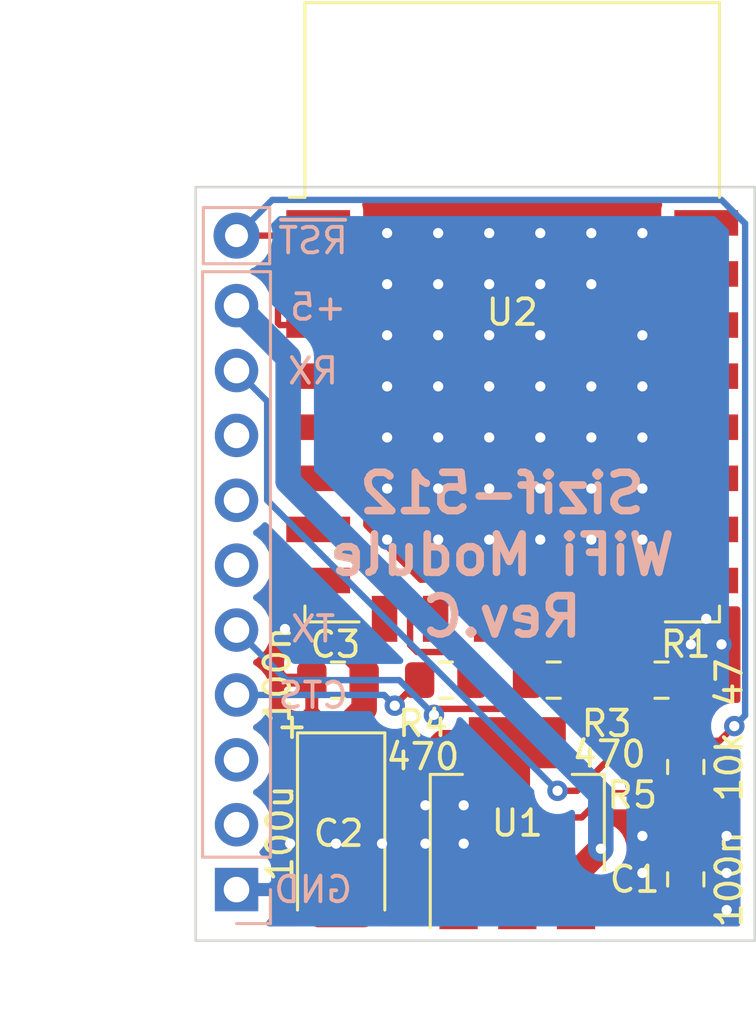
<source format=kicad_pcb>
(kicad_pcb (version 20171130) (host pcbnew "(5.1.4)-1")

  (general
    (thickness 1.6)
    (drawings 7)
    (tracks 143)
    (zones 0)
    (modules 11)
    (nets 11)
  )

  (page A4)
  (title_block
    (title "WiFi module for SIZIF-512")
    (date 2020-11-26)
    (rev C)
  )

  (layers
    (0 F.Cu signal)
    (31 B.Cu signal)
    (32 B.Adhes user hide)
    (33 F.Adhes user hide)
    (34 B.Paste user hide)
    (35 F.Paste user hide)
    (36 B.SilkS user)
    (37 F.SilkS user)
    (38 B.Mask user hide)
    (39 F.Mask user hide)
    (40 Dwgs.User user)
    (41 Cmts.User user)
    (42 Eco1.User user)
    (43 Eco2.User user)
    (44 Edge.Cuts user)
    (45 Margin user)
    (46 B.CrtYd user)
    (47 F.CrtYd user)
    (48 B.Fab user hide)
    (49 F.Fab user hide)
  )

  (setup
    (last_trace_width 0.25)
    (user_trace_width 0.25)
    (user_trace_width 1)
    (trace_clearance 0.2)
    (zone_clearance 0.508)
    (zone_45_only no)
    (trace_min 0.2)
    (via_size 0.8)
    (via_drill 0.4)
    (via_min_size 0.4)
    (via_min_drill 0.3)
    (uvia_size 0.3)
    (uvia_drill 0.1)
    (uvias_allowed no)
    (uvia_min_size 0.2)
    (uvia_min_drill 0.1)
    (edge_width 0.05)
    (segment_width 0.2)
    (pcb_text_width 0.3)
    (pcb_text_size 1.5 1.5)
    (mod_edge_width 0.12)
    (mod_text_size 1 1)
    (mod_text_width 0.15)
    (pad_size 1.524 1.524)
    (pad_drill 0.762)
    (pad_to_mask_clearance 0.051)
    (solder_mask_min_width 0.25)
    (aux_axis_origin 0 0)
    (visible_elements 7FF7FF7F)
    (pcbplotparams
      (layerselection 0x010f0_ffffffff)
      (usegerberextensions false)
      (usegerberattributes false)
      (usegerberadvancedattributes false)
      (creategerberjobfile false)
      (excludeedgelayer true)
      (linewidth 0.100000)
      (plotframeref false)
      (viasonmask false)
      (mode 1)
      (useauxorigin false)
      (hpglpennumber 1)
      (hpglpenspeed 20)
      (hpglpendiameter 15.000000)
      (psnegative false)
      (psa4output false)
      (plotreference true)
      (plotvalue true)
      (plotinvisibletext false)
      (padsonsilk true)
      (subtractmaskfromsilk false)
      (outputformat 1)
      (mirror false)
      (drillshape 0)
      (scaleselection 1)
      (outputdirectory "out/gerber/"))
  )

  (net 0 "")
  (net 1 GND)
  (net 2 +5V)
  (net 3 +3V3)
  (net 4 RX)
  (net 5 TX)
  (net 6 CTS)
  (net 7 "Net-(R1-Pad1)")
  (net 8 "Net-(R3-Pad1)")
  (net 9 "Net-(R4-Pad1)")
  (net 10 "Net-(R5-Pad1)")

  (net_class Default "This is the default net class."
    (clearance 0.2)
    (trace_width 0.25)
    (via_dia 0.8)
    (via_drill 0.4)
    (uvia_dia 0.3)
    (uvia_drill 0.1)
    (add_net +3V3)
    (add_net +5V)
    (add_net CTS)
    (add_net GND)
    (add_net "Net-(R1-Pad1)")
    (add_net "Net-(R3-Pad1)")
    (add_net "Net-(R4-Pad1)")
    (add_net "Net-(R5-Pad1)")
    (add_net RX)
    (add_net TX)
  )

  (module Connector_Pin:Pin_D0.9mm_L10.0mm_W2.4mm_FlatFork (layer B.Cu) (tedit 5A1DC084) (tstamp 5F76C144)
    (at 138.8 83.6)
    (descr "solder Pin_ with flat fork, hole diameter 0.9mm, length 10.0mm, width 2.4mm")
    (tags "solder Pin_ with flat fork")
    (path /5EA48AE7)
    (fp_text reference TP1 (at 0 -1.95) (layer B.SilkS) hide
      (effects (font (size 1 1) (thickness 0.15)) (justify mirror))
    )
    (fp_text value TestPoint (at 0 2.05) (layer B.Fab) hide
      (effects (font (size 1 1) (thickness 0.15)) (justify mirror))
    )
    (fp_text user %R (at 0 -1.95) (layer B.Fab) hide
      (effects (font (size 1 1) (thickness 0.15)) (justify mirror))
    )
    (fp_line (start -1.3 1.1) (end -1.3 -0.6) (layer B.SilkS) (width 0.12))
    (fp_line (start -1.3 -0.6) (end -1.3 -1.1) (layer B.SilkS) (width 0.12))
    (fp_line (start -1.3 -1.1) (end 1.3 -1.1) (layer B.SilkS) (width 0.12))
    (fp_line (start 1.3 -1.1) (end 1.3 1.1) (layer B.SilkS) (width 0.12))
    (fp_line (start 1.3 1.1) (end -1.3 1.1) (layer B.SilkS) (width 0.12))
    (fp_line (start -1.2 0.25) (end -1.2 -0.25) (layer B.Fab) (width 0.12))
    (fp_line (start -1.2 -0.25) (end 1.2 -0.25) (layer B.Fab) (width 0.12))
    (fp_line (start 1.2 -0.25) (end 1.2 0.25) (layer B.Fab) (width 0.12))
    (fp_line (start 1.2 0.25) (end -1.2 0.25) (layer B.Fab) (width 0.12))
    (fp_line (start -1.7 1.4) (end 1.7 1.4) (layer B.CrtYd) (width 0.05))
    (fp_line (start -1.7 1.4) (end -1.7 -1.4) (layer B.CrtYd) (width 0.05))
    (fp_line (start 1.7 -1.4) (end 1.7 1.4) (layer B.CrtYd) (width 0.05))
    (fp_line (start 1.7 -1.4) (end -1.7 -1.4) (layer B.CrtYd) (width 0.05))
    (fp_text user ~RST (at 3 0.2) (layer B.SilkS)
      (effects (font (size 1 1) (thickness 0.15)) (justify mirror))
    )
    (pad 1 thru_hole circle (at 0 0) (size 1.8 1.8) (drill 0.9) (layers *.Cu *.Mask)
      (net 10 "Net-(R5-Pad1)"))
  )

  (module Connector_PinSocket_2.54mm:PinSocket_1x10_P2.54mm_Vertical (layer B.Cu) (tedit 5A19A425) (tstamp 5F76AB1E)
    (at 138.8 109.2)
    (descr "Through hole straight socket strip, 1x10, 2.54mm pitch, single row (from Kicad 4.0.7), script generated")
    (tags "Through hole socket strip THT 1x10 2.54mm single row")
    (path /5EA42390)
    (fp_text reference J1 (at 2.6 -12 180) (layer B.SilkS) hide
      (effects (font (size 1 1) (thickness 0.15)) (justify mirror))
    )
    (fp_text value Conn_01x10 (at 6.2 -12.6 180) (layer B.Fab)
      (effects (font (size 1 1) (thickness 0.15)) (justify mirror))
    )
    (fp_text user GND (at 3 0) (layer B.SilkS)
      (effects (font (size 1 1) (thickness 0.15)) (justify mirror))
    )
    (fp_text user CTS (at 3 -7.6) (layer B.SilkS)
      (effects (font (size 1 1) (thickness 0.15)) (justify mirror))
    )
    (fp_text user TX (at 3 -10.2) (layer B.SilkS)
      (effects (font (size 1 1) (thickness 0.15)) (justify mirror))
    )
    (fp_text user RX (at 3 -20.3) (layer B.SilkS)
      (effects (font (size 1 1) (thickness 0.15)) (justify mirror))
    )
    (fp_text user +5 (at 3.2 -22.8) (layer B.SilkS)
      (effects (font (size 1 1) (thickness 0.15)) (justify mirror))
    )
    (fp_line (start -1.27 1.27) (end 0.635 1.27) (layer B.Fab) (width 0.1))
    (fp_line (start 0.635 1.27) (end 1.27 0.635) (layer B.Fab) (width 0.1))
    (fp_line (start 1.27 0.635) (end 1.27 -24.13) (layer B.Fab) (width 0.1))
    (fp_line (start 1.27 -24.13) (end -1.27 -24.13) (layer B.Fab) (width 0.1))
    (fp_line (start -1.27 -24.13) (end -1.27 1.27) (layer B.Fab) (width 0.1))
    (fp_line (start -1.33 -1.27) (end 1.33 -1.27) (layer B.SilkS) (width 0.12))
    (fp_line (start -1.33 -1.27) (end -1.33 -24.19) (layer B.SilkS) (width 0.12))
    (fp_line (start -1.33 -24.19) (end 1.33 -24.19) (layer B.SilkS) (width 0.12))
    (fp_line (start 1.33 -1.27) (end 1.33 -24.19) (layer B.SilkS) (width 0.12))
    (fp_line (start 1.33 1.33) (end 1.33 0) (layer B.SilkS) (width 0.12))
    (fp_line (start 0 1.33) (end 1.33 1.33) (layer B.SilkS) (width 0.12))
    (fp_line (start -1.8 1.8) (end 1.75 1.8) (layer B.CrtYd) (width 0.05))
    (fp_line (start 1.75 1.8) (end 1.75 -24.6) (layer B.CrtYd) (width 0.05))
    (fp_line (start 1.75 -24.6) (end -1.8 -24.6) (layer B.CrtYd) (width 0.05))
    (fp_line (start -1.8 -24.6) (end -1.8 1.8) (layer B.CrtYd) (width 0.05))
    (fp_text user %R (at 0 -11.43) (layer B.SilkS) hide
      (effects (font (size 1 1) (thickness 0.15)) (justify mirror))
    )
    (pad 10 thru_hole oval (at 0 -22.86) (size 1.7 1.7) (drill 1) (layers *.Cu *.Mask)
      (net 2 +5V))
    (pad 9 thru_hole oval (at 0 -20.32) (size 1.7 1.7) (drill 1) (layers *.Cu *.Mask)
      (net 4 RX))
    (pad 8 thru_hole oval (at 0 -17.78) (size 1.7 1.7) (drill 1) (layers *.Cu *.Mask))
    (pad 7 thru_hole oval (at 0 -15.24) (size 1.7 1.7) (drill 1) (layers *.Cu *.Mask))
    (pad 6 thru_hole oval (at 0 -12.7) (size 1.7 1.7) (drill 1) (layers *.Cu *.Mask))
    (pad 5 thru_hole oval (at 0 -10.16) (size 1.7 1.7) (drill 1) (layers *.Cu *.Mask)
      (net 5 TX))
    (pad 4 thru_hole oval (at 0 -7.62) (size 1.7 1.7) (drill 1) (layers *.Cu *.Mask)
      (net 6 CTS))
    (pad 3 thru_hole oval (at 0 -5.08) (size 1.7 1.7) (drill 1) (layers *.Cu *.Mask))
    (pad 2 thru_hole oval (at 0 -2.54) (size 1.7 1.7) (drill 1) (layers *.Cu *.Mask))
    (pad 1 thru_hole rect (at 0 0) (size 1.7 1.7) (drill 1) (layers *.Cu *.Mask)
      (net 1 GND))
    (model ${KISYS3DMOD}/Connector_PinSocket_2.54mm.3dshapes/PinSocket_1x10_P2.54mm_Vertical.wrl
      (at (xyz 0 0 0))
      (scale (xyz 1 1 1))
      (rotate (xyz 0 0 0))
    )
  )

  (module Capacitor_Tantalum_SMD:CP_EIA-6032-15_Kemet-U_Pad2.25x2.35mm_HandSolder (layer F.Cu) (tedit 5B301BBE) (tstamp 5F76DE30)
    (at 142.9 107 270)
    (descr "Tantalum Capacitor SMD Kemet-U (6032-15 Metric), IPC_7351 nominal, (Body size from: http://www.kemet.com/Lists/ProductCatalog/Attachments/253/KEM_TC101_STD.pdf), generated with kicad-footprint-generator")
    (tags "capacitor tantalum")
    (path /5EA5028B)
    (attr smd)
    (fp_text reference C2 (at 0 0.1 180) (layer F.SilkS)
      (effects (font (size 1 1) (thickness 0.15)))
    )
    (fp_text value 100u (at 0 3.7 180) (layer F.Fab)
      (effects (font (size 1 1) (thickness 0.15)))
    )
    (fp_line (start 3.92 1.85) (end -3.92 1.85) (layer F.CrtYd) (width 0.05))
    (fp_line (start 3.92 -1.85) (end 3.92 1.85) (layer F.CrtYd) (width 0.05))
    (fp_line (start -3.92 -1.85) (end 3.92 -1.85) (layer F.CrtYd) (width 0.05))
    (fp_line (start -3.92 1.85) (end -3.92 -1.85) (layer F.CrtYd) (width 0.05))
    (fp_line (start -3.935 1.71) (end 3 1.71) (layer F.SilkS) (width 0.12))
    (fp_line (start -3.935 -1.71) (end -3.935 1.71) (layer F.SilkS) (width 0.12))
    (fp_line (start 3 -1.71) (end -3.935 -1.71) (layer F.SilkS) (width 0.12))
    (fp_line (start 3 1.6) (end 3 -1.6) (layer F.Fab) (width 0.1))
    (fp_line (start -3 1.6) (end 3 1.6) (layer F.Fab) (width 0.1))
    (fp_line (start -3 -0.8) (end -3 1.6) (layer F.Fab) (width 0.1))
    (fp_line (start -2.2 -1.6) (end -3 -0.8) (layer F.Fab) (width 0.1))
    (fp_line (start 3 -1.6) (end -2.2 -1.6) (layer F.Fab) (width 0.1))
    (fp_text user %R (at 0 0 180) (layer F.Fab)
      (effects (font (size 1 1) (thickness 0.15)))
    )
    (fp_text user + (at -4.15 2 270) (layer F.SilkS)
      (effects (font (size 1 1) (thickness 0.15)))
    )
    (fp_text user %V (at 0 2.4 270) (layer F.SilkS)
      (effects (font (size 1 1) (thickness 0.15)))
    )
    (pad 1 smd roundrect (at -2.55 0 270) (size 2.25 2.35) (layers F.Cu F.Paste F.Mask) (roundrect_rratio 0.111111)
      (net 3 +3V3))
    (pad 2 smd roundrect (at 2.55 0 270) (size 2.25 2.35) (layers F.Cu F.Paste F.Mask) (roundrect_rratio 0.111111)
      (net 1 GND))
    (model ${KISYS3DMOD}/Capacitor_Tantalum_SMD.3dshapes/CP_EIA-6032-15_Kemet-U.wrl
      (at (xyz 0 0 0))
      (scale (xyz 1 1 1))
      (rotate (xyz 0 0 0))
    )
  )

  (module RF_Module:ESP-12E (layer F.Cu) (tedit 5A030172) (tstamp 5F762BBF)
    (at 149.6 86.6)
    (descr "Wi-Fi Module, http://wiki.ai-thinker.com/_media/esp8266/docs/aithinker_esp_12f_datasheet_en.pdf")
    (tags "Wi-Fi Module")
    (path /5EA6B089)
    (attr smd)
    (fp_text reference U2 (at 0 0) (layer F.SilkS)
      (effects (font (size 1 1) (thickness 0.15)))
    )
    (fp_text value ESP-12E (at 0 1.5) (layer F.Fab)
      (effects (font (size 1 1) (thickness 0.15)))
    )
    (fp_text user Antenna (at -0.06 -7 180) (layer Cmts.User)
      (effects (font (size 1 1) (thickness 0.15)))
    )
    (fp_text user "KEEP-OUT ZONE" (at 0.03 -9.55 180) (layer Cmts.User)
      (effects (font (size 1 1) (thickness 0.15)))
    )
    (fp_text user %R (at 0 -0.7) (layer F.Fab)
      (effects (font (size 1 1) (thickness 0.15)))
    )
    (fp_line (start 5.56 -4.8) (end 8.12 -7.36) (layer Dwgs.User) (width 0.12))
    (fp_line (start 2.56 -4.8) (end 8.12 -10.36) (layer Dwgs.User) (width 0.12))
    (fp_line (start -0.44 -4.8) (end 6.88 -12.12) (layer Dwgs.User) (width 0.12))
    (fp_line (start -3.44 -4.8) (end 3.88 -12.12) (layer Dwgs.User) (width 0.12))
    (fp_line (start -6.44 -4.8) (end 0.88 -12.12) (layer Dwgs.User) (width 0.12))
    (fp_line (start -8.12 -6.12) (end -2.12 -12.12) (layer Dwgs.User) (width 0.12))
    (fp_line (start -8.12 -9.12) (end -5.12 -12.12) (layer Dwgs.User) (width 0.12))
    (fp_line (start -8.12 -4.8) (end -8.12 -12.12) (layer Dwgs.User) (width 0.12))
    (fp_line (start 8.12 -4.8) (end -8.12 -4.8) (layer Dwgs.User) (width 0.12))
    (fp_line (start 8.12 -12.12) (end 8.12 -4.8) (layer Dwgs.User) (width 0.12))
    (fp_line (start -8.12 -12.12) (end 8.12 -12.12) (layer Dwgs.User) (width 0.12))
    (fp_line (start -8.12 -4.5) (end -8.73 -4.5) (layer F.SilkS) (width 0.12))
    (fp_line (start -8.12 -4.5) (end -8.12 -12.12) (layer F.SilkS) (width 0.12))
    (fp_line (start -8.12 12.12) (end -8.12 11.5) (layer F.SilkS) (width 0.12))
    (fp_line (start -6 12.12) (end -8.12 12.12) (layer F.SilkS) (width 0.12))
    (fp_line (start 8.12 12.12) (end 6 12.12) (layer F.SilkS) (width 0.12))
    (fp_line (start 8.12 11.5) (end 8.12 12.12) (layer F.SilkS) (width 0.12))
    (fp_line (start 8.12 -12.12) (end 8.12 -4.5) (layer F.SilkS) (width 0.12))
    (fp_line (start -8.12 -12.12) (end 8.12 -12.12) (layer F.SilkS) (width 0.12))
    (fp_line (start -9.05 13.1) (end -9.05 -12.2) (layer F.CrtYd) (width 0.05))
    (fp_line (start 9.05 13.1) (end -9.05 13.1) (layer F.CrtYd) (width 0.05))
    (fp_line (start 9.05 -12.2) (end 9.05 13.1) (layer F.CrtYd) (width 0.05))
    (fp_line (start -9.05 -12.2) (end 9.05 -12.2) (layer F.CrtYd) (width 0.05))
    (fp_line (start -8 -4) (end -8 -12) (layer F.Fab) (width 0.12))
    (fp_line (start -7.5 -3.5) (end -8 -4) (layer F.Fab) (width 0.12))
    (fp_line (start -8 -3) (end -7.5 -3.5) (layer F.Fab) (width 0.12))
    (fp_line (start -8 12) (end -8 -3) (layer F.Fab) (width 0.12))
    (fp_line (start 8 12) (end -8 12) (layer F.Fab) (width 0.12))
    (fp_line (start 8 -12) (end 8 12) (layer F.Fab) (width 0.12))
    (fp_line (start -8 -12) (end 8 -12) (layer F.Fab) (width 0.12))
    (pad 1 smd rect (at -7.6 -3.5) (size 2.5 1) (layers F.Cu F.Paste F.Mask)
      (net 10 "Net-(R5-Pad1)"))
    (pad 2 smd rect (at -7.6 -1.5) (size 2.5 1) (layers F.Cu F.Paste F.Mask))
    (pad 3 smd rect (at -7.6 0.5) (size 2.5 1) (layers F.Cu F.Paste F.Mask)
      (net 10 "Net-(R5-Pad1)"))
    (pad 4 smd rect (at -7.6 2.5) (size 2.5 1) (layers F.Cu F.Paste F.Mask))
    (pad 5 smd rect (at -7.6 4.5) (size 2.5 1) (layers F.Cu F.Paste F.Mask))
    (pad 6 smd rect (at -7.6 6.5) (size 2.5 1) (layers F.Cu F.Paste F.Mask))
    (pad 7 smd rect (at -7.6 8.5) (size 2.5 1) (layers F.Cu F.Paste F.Mask)
      (net 9 "Net-(R4-Pad1)"))
    (pad 8 smd rect (at -7.6 10.5) (size 2.5 1) (layers F.Cu F.Paste F.Mask)
      (net 3 +3V3))
    (pad 9 smd rect (at -5 12) (size 1 1.8) (layers F.Cu F.Paste F.Mask))
    (pad 10 smd rect (at -3 12) (size 1 1.8) (layers F.Cu F.Paste F.Mask))
    (pad 11 smd rect (at -1 12) (size 1 1.8) (layers F.Cu F.Paste F.Mask))
    (pad 12 smd rect (at 1 12) (size 1 1.8) (layers F.Cu F.Paste F.Mask))
    (pad 13 smd rect (at 3 12) (size 1 1.8) (layers F.Cu F.Paste F.Mask))
    (pad 14 smd rect (at 5 12) (size 1 1.8) (layers F.Cu F.Paste F.Mask))
    (pad 15 smd rect (at 7.6 10.5) (size 2.5 1) (layers F.Cu F.Paste F.Mask)
      (net 1 GND))
    (pad 16 smd rect (at 7.6 8.5) (size 2.5 1) (layers F.Cu F.Paste F.Mask)
      (net 1 GND))
    (pad 17 smd rect (at 7.6 6.5) (size 2.5 1) (layers F.Cu F.Paste F.Mask))
    (pad 18 smd rect (at 7.6 4.5) (size 2.5 1) (layers F.Cu F.Paste F.Mask))
    (pad 19 smd rect (at 7.6 2.5) (size 2.5 1) (layers F.Cu F.Paste F.Mask))
    (pad 20 smd rect (at 7.6 0.5) (size 2.5 1) (layers F.Cu F.Paste F.Mask))
    (pad 21 smd rect (at 7.6 -1.5) (size 2.5 1) (layers F.Cu F.Paste F.Mask)
      (net 8 "Net-(R3-Pad1)"))
    (pad 22 smd rect (at 7.6 -3.5) (size 2.5 1) (layers F.Cu F.Paste F.Mask)
      (net 7 "Net-(R1-Pad1)"))
    (model ${KISYS3DMOD}/RF_Module.3dshapes/ESP-12E.wrl
      (at (xyz 0 0 0))
      (scale (xyz 1 1 1))
      (rotate (xyz 0 0 0))
    )
    (model ${MYLIBPATH}/kicad-ESP8266/ESP8266.3dshapes/ESP-12-E-better.wrl
      (offset (xyz -7 3.5 0))
      (scale (xyz 1 1 1))
      (rotate (xyz 0 0 0))
    )
  )

  (module Capacitor_SMD:C_0805_2012Metric_Pad1.15x1.40mm_HandSolder (layer F.Cu) (tedit 5B36C52B) (tstamp 5FBF8BCC)
    (at 151.225 101 180)
    (descr "Capacitor SMD 0805 (2012 Metric), square (rectangular) end terminal, IPC_7351 nominal with elongated pad for handsoldering. (Body size source: https://docs.google.com/spreadsheets/d/1BsfQQcO9C6DZCsRaXUlFlo91Tg2WpOkGARC1WS5S8t0/edit?usp=sharing), generated with kicad-footprint-generator")
    (tags "capacitor handsolder")
    (path /5EA5B3D0)
    (attr smd)
    (fp_text reference R3 (at -2.075 -1.7) (layer F.SilkS)
      (effects (font (size 1 1) (thickness 0.15)))
    )
    (fp_text value 470 (at 0.025 -1.4) (layer F.Fab)
      (effects (font (size 1 1) (thickness 0.15)))
    )
    (fp_line (start 1.85 0.95) (end -1.85 0.95) (layer F.CrtYd) (width 0.05))
    (fp_line (start 1.85 -0.95) (end 1.85 0.95) (layer F.CrtYd) (width 0.05))
    (fp_line (start -1.85 -0.95) (end 1.85 -0.95) (layer F.CrtYd) (width 0.05))
    (fp_line (start -1.85 0.95) (end -1.85 -0.95) (layer F.CrtYd) (width 0.05))
    (fp_line (start -0.261252 0.71) (end 0.261252 0.71) (layer F.SilkS) (width 0.12))
    (fp_line (start -0.261252 -0.71) (end 0.261252 -0.71) (layer F.SilkS) (width 0.12))
    (fp_line (start 1 0.6) (end -1 0.6) (layer F.Fab) (width 0.1))
    (fp_line (start 1 -0.6) (end 1 0.6) (layer F.Fab) (width 0.1))
    (fp_line (start -1 -0.6) (end 1 -0.6) (layer F.Fab) (width 0.1))
    (fp_line (start -1 0.6) (end -1 -0.6) (layer F.Fab) (width 0.1))
    (fp_text user %R (at 0 0) (layer F.Fab)
      (effects (font (size 0.5 0.5) (thickness 0.08)))
    )
    (fp_text user %V (at -2.175 -2.9 180) (layer F.SilkS)
      (effects (font (size 1 1) (thickness 0.15)))
    )
    (pad 1 smd roundrect (at -1.025 0 180) (size 1.15 1.4) (layers F.Cu F.Paste F.Mask) (roundrect_rratio 0.217391)
      (net 8 "Net-(R3-Pad1)"))
    (pad 2 smd roundrect (at 1.025 0 180) (size 1.15 1.4) (layers F.Cu F.Paste F.Mask) (roundrect_rratio 0.217391)
      (net 5 TX))
    (model ${KISYS3DMOD}/Capacitor_SMD.3dshapes/C_0805_2012Metric.wrl
      (at (xyz 0 0 0))
      (scale (xyz 1 1 1))
      (rotate (xyz 0 0 0))
    )
  )

  (module Package_TO_SOT_SMD:SOT-223-3_TabPin2 (layer F.Cu) (tedit 5A02FF57) (tstamp 5FBFA151)
    (at 149.8 106.6 90)
    (descr "module CMS SOT223 4 pins")
    (tags "CMS SOT")
    (path /5EA457DB)
    (attr smd)
    (fp_text reference U1 (at 0 0 180) (layer F.SilkS)
      (effects (font (size 1 1) (thickness 0.15)))
    )
    (fp_text value AMS1117-3.3 (at -5.4 0 180) (layer F.Fab)
      (effects (font (size 1 1) (thickness 0.15)))
    )
    (fp_text user %R (at 0 0) (layer F.Fab)
      (effects (font (size 0.8 0.8) (thickness 0.12)))
    )
    (fp_line (start 1.85 -3.35) (end 1.85 3.35) (layer F.Fab) (width 0.1))
    (fp_line (start -1.85 3.35) (end 1.85 3.35) (layer F.Fab) (width 0.1))
    (fp_line (start -4.1 -3.41) (end 1.91 -3.41) (layer F.SilkS) (width 0.12))
    (fp_line (start -0.85 -3.35) (end 1.85 -3.35) (layer F.Fab) (width 0.1))
    (fp_line (start -1.85 3.41) (end 1.91 3.41) (layer F.SilkS) (width 0.12))
    (fp_line (start -1.85 -2.35) (end -1.85 3.35) (layer F.Fab) (width 0.1))
    (fp_line (start -1.85 -2.35) (end -0.85 -3.35) (layer F.Fab) (width 0.1))
    (fp_line (start -4.4 -3.6) (end -4.4 3.6) (layer F.CrtYd) (width 0.05))
    (fp_line (start -4.4 3.6) (end 4.4 3.6) (layer F.CrtYd) (width 0.05))
    (fp_line (start 4.4 3.6) (end 4.4 -3.6) (layer F.CrtYd) (width 0.05))
    (fp_line (start 4.4 -3.6) (end -4.4 -3.6) (layer F.CrtYd) (width 0.05))
    (fp_line (start 1.91 -3.41) (end 1.91 -2.15) (layer F.SilkS) (width 0.12))
    (fp_line (start 1.91 3.41) (end 1.91 2.15) (layer F.SilkS) (width 0.12))
    (pad 2 smd rect (at 3.15 0 90) (size 2 3.8) (layers F.Cu F.Paste F.Mask)
      (net 3 +3V3))
    (pad 2 smd rect (at -3.15 0 90) (size 2 1.5) (layers F.Cu F.Paste F.Mask)
      (net 3 +3V3))
    (pad 3 smd rect (at -3.15 2.3 90) (size 2 1.5) (layers F.Cu F.Paste F.Mask)
      (net 2 +5V))
    (pad 1 smd rect (at -3.15 -2.3 90) (size 2 1.5) (layers F.Cu F.Paste F.Mask)
      (net 1 GND))
    (model ${KISYS3DMOD}/Package_TO_SOT_SMD.3dshapes/SOT-223.wrl
      (at (xyz 0 0 0))
      (scale (xyz 1 1 1))
      (rotate (xyz 0 0 0))
    )
  )

  (module Capacitor_SMD:C_0805_2012Metric_Pad1.15x1.40mm_HandSolder (layer F.Cu) (tedit 5B36C52B) (tstamp 5FBFA49C)
    (at 156.4 104.4 270)
    (descr "Capacitor SMD 0805 (2012 Metric), square (rectangular) end terminal, IPC_7351 nominal with elongated pad for handsoldering. (Body size source: https://docs.google.com/spreadsheets/d/1BsfQQcO9C6DZCsRaXUlFlo91Tg2WpOkGARC1WS5S8t0/edit?usp=sharing), generated with kicad-footprint-generator")
    (tags "capacitor handsolder")
    (path /5EA7D23F)
    (attr smd)
    (fp_text reference R5 (at 1.1 2.1 180) (layer F.SilkS)
      (effects (font (size 1 1) (thickness 0.15)))
    )
    (fp_text value 10k (at 0 -2.4 180) (layer F.Fab)
      (effects (font (size 1 1) (thickness 0.15)))
    )
    (fp_line (start -1 0.6) (end -1 -0.6) (layer F.Fab) (width 0.1))
    (fp_line (start -1 -0.6) (end 1 -0.6) (layer F.Fab) (width 0.1))
    (fp_line (start 1 -0.6) (end 1 0.6) (layer F.Fab) (width 0.1))
    (fp_line (start 1 0.6) (end -1 0.6) (layer F.Fab) (width 0.1))
    (fp_line (start -0.261252 -0.71) (end 0.261252 -0.71) (layer F.SilkS) (width 0.12))
    (fp_line (start -0.261252 0.71) (end 0.261252 0.71) (layer F.SilkS) (width 0.12))
    (fp_line (start -1.85 0.95) (end -1.85 -0.95) (layer F.CrtYd) (width 0.05))
    (fp_line (start -1.85 -0.95) (end 1.85 -0.95) (layer F.CrtYd) (width 0.05))
    (fp_line (start 1.85 -0.95) (end 1.85 0.95) (layer F.CrtYd) (width 0.05))
    (fp_line (start 1.85 0.95) (end -1.85 0.95) (layer F.CrtYd) (width 0.05))
    (fp_text user %R (at 0 0 180) (layer F.Fab)
      (effects (font (size 0.5 0.5) (thickness 0.08)))
    )
    (fp_text user %V (at 0 -1.7 90) (layer F.SilkS)
      (effects (font (size 1 1) (thickness 0.15)))
    )
    (pad 2 smd roundrect (at 1.025 0 270) (size 1.15 1.4) (layers F.Cu F.Paste F.Mask) (roundrect_rratio 0.217391)
      (net 3 +3V3))
    (pad 1 smd roundrect (at -1.025 0 270) (size 1.15 1.4) (layers F.Cu F.Paste F.Mask) (roundrect_rratio 0.217391)
      (net 10 "Net-(R5-Pad1)"))
    (model ${KISYS3DMOD}/Capacitor_SMD.3dshapes/C_0805_2012Metric.wrl
      (at (xyz 0 0 0))
      (scale (xyz 1 1 1))
      (rotate (xyz 0 0 0))
    )
  )

  (module Capacitor_SMD:C_0805_2012Metric_Pad1.15x1.40mm_HandSolder (layer F.Cu) (tedit 5B36C52B) (tstamp 5F7625C1)
    (at 147 101 180)
    (descr "Capacitor SMD 0805 (2012 Metric), square (rectangular) end terminal, IPC_7351 nominal with elongated pad for handsoldering. (Body size source: https://docs.google.com/spreadsheets/d/1BsfQQcO9C6DZCsRaXUlFlo91Tg2WpOkGARC1WS5S8t0/edit?usp=sharing), generated with kicad-footprint-generator")
    (tags "capacitor handsolder")
    (path /5EA5A557)
    (attr smd)
    (fp_text reference R4 (at 0.9 -1.7 180) (layer F.SilkS)
      (effects (font (size 1 1) (thickness 0.15)))
    )
    (fp_text value 470 (at 0 -1.4) (layer F.Fab)
      (effects (font (size 1 1) (thickness 0.15)))
    )
    (fp_line (start 1.85 0.95) (end -1.85 0.95) (layer F.CrtYd) (width 0.05))
    (fp_line (start 1.85 -0.95) (end 1.85 0.95) (layer F.CrtYd) (width 0.05))
    (fp_line (start -1.85 -0.95) (end 1.85 -0.95) (layer F.CrtYd) (width 0.05))
    (fp_line (start -1.85 0.95) (end -1.85 -0.95) (layer F.CrtYd) (width 0.05))
    (fp_line (start -0.261252 0.71) (end 0.261252 0.71) (layer F.SilkS) (width 0.12))
    (fp_line (start -0.261252 -0.71) (end 0.261252 -0.71) (layer F.SilkS) (width 0.12))
    (fp_line (start 1 0.6) (end -1 0.6) (layer F.Fab) (width 0.1))
    (fp_line (start 1 -0.6) (end 1 0.6) (layer F.Fab) (width 0.1))
    (fp_line (start -1 -0.6) (end 1 -0.6) (layer F.Fab) (width 0.1))
    (fp_line (start -1 0.6) (end -1 -0.6) (layer F.Fab) (width 0.1))
    (fp_text user %R (at 0 0) (layer F.Fab)
      (effects (font (size 0.5 0.5) (thickness 0.08)))
    )
    (fp_text user %V (at 0.9 -3 180) (layer F.SilkS)
      (effects (font (size 1 1) (thickness 0.15)))
    )
    (pad 1 smd roundrect (at -1.025 0 180) (size 1.15 1.4) (layers F.Cu F.Paste F.Mask) (roundrect_rratio 0.217391)
      (net 9 "Net-(R4-Pad1)"))
    (pad 2 smd roundrect (at 1.025 0 180) (size 1.15 1.4) (layers F.Cu F.Paste F.Mask) (roundrect_rratio 0.217391)
      (net 6 CTS))
    (model ${KISYS3DMOD}/Capacitor_SMD.3dshapes/C_0805_2012Metric.wrl
      (at (xyz 0 0 0))
      (scale (xyz 1 1 1))
      (rotate (xyz 0 0 0))
    )
  )

  (module Capacitor_SMD:C_0805_2012Metric_Pad1.15x1.40mm_HandSolder (layer F.Cu) (tedit 5B36C52B) (tstamp 5F76DFD8)
    (at 155.45 101)
    (descr "Capacitor SMD 0805 (2012 Metric), square (rectangular) end terminal, IPC_7351 nominal with elongated pad for handsoldering. (Body size source: https://docs.google.com/spreadsheets/d/1BsfQQcO9C6DZCsRaXUlFlo91Tg2WpOkGARC1WS5S8t0/edit?usp=sharing), generated with kicad-footprint-generator")
    (tags "capacitor handsolder")
    (path /5EA5B920)
    (attr smd)
    (fp_text reference R1 (at 0.95 -1.4 -180) (layer F.SilkS)
      (effects (font (size 1 1) (thickness 0.15)))
    )
    (fp_text value 47 (at -0.05 1.4 -180) (layer F.Fab)
      (effects (font (size 1 1) (thickness 0.15)))
    )
    (fp_text user %R (at 0 0 180) (layer F.Fab)
      (effects (font (size 0.5 0.5) (thickness 0.08)))
    )
    (fp_line (start 1.85 0.95) (end -1.85 0.95) (layer F.CrtYd) (width 0.05))
    (fp_line (start 1.85 -0.95) (end 1.85 0.95) (layer F.CrtYd) (width 0.05))
    (fp_line (start -1.85 -0.95) (end 1.85 -0.95) (layer F.CrtYd) (width 0.05))
    (fp_line (start -1.85 0.95) (end -1.85 -0.95) (layer F.CrtYd) (width 0.05))
    (fp_line (start -0.261252 0.71) (end 0.261252 0.71) (layer F.SilkS) (width 0.12))
    (fp_line (start -0.261252 -0.71) (end 0.261252 -0.71) (layer F.SilkS) (width 0.12))
    (fp_line (start 1 0.6) (end -1 0.6) (layer F.Fab) (width 0.1))
    (fp_line (start 1 -0.6) (end 1 0.6) (layer F.Fab) (width 0.1))
    (fp_line (start -1 -0.6) (end 1 -0.6) (layer F.Fab) (width 0.1))
    (fp_line (start -1 0.6) (end -1 -0.6) (layer F.Fab) (width 0.1))
    (fp_text user %V (at 2.65 0.1 90) (layer F.SilkS)
      (effects (font (size 1 1) (thickness 0.15)))
    )
    (pad 1 smd roundrect (at -1.025 0) (size 1.15 1.4) (layers F.Cu F.Paste F.Mask) (roundrect_rratio 0.217391)
      (net 7 "Net-(R1-Pad1)"))
    (pad 2 smd roundrect (at 1.025 0) (size 1.15 1.4) (layers F.Cu F.Paste F.Mask) (roundrect_rratio 0.217391)
      (net 4 RX))
    (model ${KISYS3DMOD}/Capacitor_SMD.3dshapes/C_0805_2012Metric.wrl
      (at (xyz 0 0 0))
      (scale (xyz 1 1 1))
      (rotate (xyz 0 0 0))
    )
  )

  (module Capacitor_SMD:C_0805_2012Metric_Pad1.15x1.40mm_HandSolder (layer F.Cu) (tedit 5B36C52B) (tstamp 5FBFA56A)
    (at 142.775 101 180)
    (descr "Capacitor SMD 0805 (2012 Metric), square (rectangular) end terminal, IPC_7351 nominal with elongated pad for handsoldering. (Body size source: https://docs.google.com/spreadsheets/d/1BsfQQcO9C6DZCsRaXUlFlo91Tg2WpOkGARC1WS5S8t0/edit?usp=sharing), generated with kicad-footprint-generator")
    (tags "capacitor handsolder")
    (path /5EA4E735)
    (attr smd)
    (fp_text reference C3 (at 0.1 1.4 180) (layer F.SilkS)
      (effects (font (size 1 1) (thickness 0.15)))
    )
    (fp_text value 100n (at -0.1 -1.4) (layer F.Fab)
      (effects (font (size 1 1) (thickness 0.15)))
    )
    (fp_line (start -1 0.6) (end -1 -0.6) (layer F.Fab) (width 0.1))
    (fp_line (start -1 -0.6) (end 1 -0.6) (layer F.Fab) (width 0.1))
    (fp_line (start 1 -0.6) (end 1 0.6) (layer F.Fab) (width 0.1))
    (fp_line (start 1 0.6) (end -1 0.6) (layer F.Fab) (width 0.1))
    (fp_line (start -0.261252 -0.71) (end 0.261252 -0.71) (layer F.SilkS) (width 0.12))
    (fp_line (start -0.261252 0.71) (end 0.261252 0.71) (layer F.SilkS) (width 0.12))
    (fp_line (start -1.85 0.95) (end -1.85 -0.95) (layer F.CrtYd) (width 0.05))
    (fp_line (start -1.85 -0.95) (end 1.85 -0.95) (layer F.CrtYd) (width 0.05))
    (fp_line (start 1.85 -0.95) (end 1.85 0.95) (layer F.CrtYd) (width 0.05))
    (fp_line (start 1.85 0.95) (end -1.85 0.95) (layer F.CrtYd) (width 0.05))
    (fp_text user %R (at 0 0) (layer F.Fab)
      (effects (font (size 0.5 0.5) (thickness 0.08)))
    )
    (fp_text user %V (at 2.375 0.2 270) (layer F.SilkS)
      (effects (font (size 1 1) (thickness 0.15)))
    )
    (pad 2 smd roundrect (at 1.025 0 180) (size 1.15 1.4) (layers F.Cu F.Paste F.Mask) (roundrect_rratio 0.217391)
      (net 1 GND))
    (pad 1 smd roundrect (at -1.025 0 180) (size 1.15 1.4) (layers F.Cu F.Paste F.Mask) (roundrect_rratio 0.217391)
      (net 3 +3V3))
    (model ${KISYS3DMOD}/Capacitor_SMD.3dshapes/C_0805_2012Metric.wrl
      (at (xyz 0 0 0))
      (scale (xyz 1 1 1))
      (rotate (xyz 0 0 0))
    )
  )

  (module Capacitor_SMD:C_0805_2012Metric_Pad1.15x1.40mm_HandSolder (layer F.Cu) (tedit 5B36C52B) (tstamp 5FBF9EA6)
    (at 156.4 108.8 90)
    (descr "Capacitor SMD 0805 (2012 Metric), square (rectangular) end terminal, IPC_7351 nominal with elongated pad for handsoldering. (Body size source: https://docs.google.com/spreadsheets/d/1BsfQQcO9C6DZCsRaXUlFlo91Tg2WpOkGARC1WS5S8t0/edit?usp=sharing), generated with kicad-footprint-generator")
    (tags "capacitor handsolder")
    (path /5EA5F424)
    (attr smd)
    (fp_text reference C1 (at 0 -2) (layer F.SilkS)
      (effects (font (size 1 1) (thickness 0.15)))
    )
    (fp_text value 100n (at 0 2.9 180) (layer F.Fab)
      (effects (font (size 1 1) (thickness 0.15)))
    )
    (fp_text user %R (at 0 0 180) (layer F.Fab)
      (effects (font (size 0.5 0.5) (thickness 0.08)))
    )
    (fp_line (start 1.85 0.95) (end -1.85 0.95) (layer F.CrtYd) (width 0.05))
    (fp_line (start 1.85 -0.95) (end 1.85 0.95) (layer F.CrtYd) (width 0.05))
    (fp_line (start -1.85 -0.95) (end 1.85 -0.95) (layer F.CrtYd) (width 0.05))
    (fp_line (start -1.85 0.95) (end -1.85 -0.95) (layer F.CrtYd) (width 0.05))
    (fp_line (start -0.261252 0.71) (end 0.261252 0.71) (layer F.SilkS) (width 0.12))
    (fp_line (start -0.261252 -0.71) (end 0.261252 -0.71) (layer F.SilkS) (width 0.12))
    (fp_line (start 1 0.6) (end -1 0.6) (layer F.Fab) (width 0.1))
    (fp_line (start 1 -0.6) (end 1 0.6) (layer F.Fab) (width 0.1))
    (fp_line (start -1 -0.6) (end 1 -0.6) (layer F.Fab) (width 0.1))
    (fp_line (start -1 0.6) (end -1 -0.6) (layer F.Fab) (width 0.1))
    (fp_text user %V (at 0 1.7 90) (layer F.SilkS)
      (effects (font (size 1 1) (thickness 0.15)))
    )
    (pad 1 smd roundrect (at -1.025 0 90) (size 1.15 1.4) (layers F.Cu F.Paste F.Mask) (roundrect_rratio 0.217391)
      (net 2 +5V))
    (pad 2 smd roundrect (at 1.025 0 90) (size 1.15 1.4) (layers F.Cu F.Paste F.Mask) (roundrect_rratio 0.217391)
      (net 1 GND))
    (model ${KISYS3DMOD}/Capacitor_SMD.3dshapes/C_0805_2012Metric.wrl
      (at (xyz 0 0 0))
      (scale (xyz 1 1 1))
      (rotate (xyz 0 0 0))
    )
  )

  (dimension 21.9 (width 0.15) (layer Dwgs.User)
    (gr_text "21.900 mm" (at 148.15 115.1) (layer Dwgs.User)
      (effects (font (size 1 1) (thickness 0.15)))
    )
    (feature1 (pts (xy 159.1 111.2) (xy 159.1 114.386421)))
    (feature2 (pts (xy 137.2 111.2) (xy 137.2 114.386421)))
    (crossbar (pts (xy 137.2 113.8) (xy 159.1 113.8)))
    (arrow1a (pts (xy 159.1 113.8) (xy 157.973496 114.386421)))
    (arrow1b (pts (xy 159.1 113.8) (xy 157.973496 113.213579)))
    (arrow2a (pts (xy 137.2 113.8) (xy 138.326504 114.386421)))
    (arrow2b (pts (xy 137.2 113.8) (xy 138.326504 113.213579)))
  )
  (dimension 29.5 (width 0.15) (layer Dwgs.User)
    (gr_text "29.500 mm" (at 133.2 96.45 90) (layer Dwgs.User)
      (effects (font (size 1 1) (thickness 0.15)))
    )
    (feature1 (pts (xy 137.2 81.7) (xy 133.913579 81.7)))
    (feature2 (pts (xy 137.2 111.2) (xy 133.913579 111.2)))
    (crossbar (pts (xy 134.5 111.2) (xy 134.5 81.7)))
    (arrow1a (pts (xy 134.5 81.7) (xy 135.086421 82.826504)))
    (arrow1b (pts (xy 134.5 81.7) (xy 133.913579 82.826504)))
    (arrow2a (pts (xy 134.5 111.2) (xy 135.086421 110.073496)))
    (arrow2b (pts (xy 134.5 111.2) (xy 133.913579 110.073496)))
  )
  (gr_text "Sizif-512\nWiFi Module\nRev.C" (at 149.2 96.1) (layer B.SilkS) (tstamp 5F762B83)
    (effects (font (size 1.5 1.5) (thickness 0.3)) (justify mirror))
  )
  (gr_line (start 137.2 81.7) (end 159.1 81.7) (layer Edge.Cuts) (width 0.1) (tstamp 5F761FC1))
  (gr_line (start 137.2 111.2) (end 137.2 81.7) (layer Edge.Cuts) (width 0.1))
  (gr_line (start 159.1 111.2) (end 137.2 111.2) (layer Edge.Cuts) (width 0.1))
  (gr_line (start 159.1 81.7) (end 159.1 111.2) (layer Edge.Cuts) (width 0.1))

  (via (at 158 107.1) (size 0.8) (drill 0.4) (layers F.Cu B.Cu) (net 1) (tstamp 5FBF902E))
  (via (at 154.7 107.1) (size 0.8) (drill 0.4) (layers F.Cu B.Cu) (net 1) (tstamp 5FBF9039))
  (via (at 154.7 108.55) (size 0.8) (drill 0.4) (layers F.Cu B.Cu) (net 1) (tstamp 5FBF9039))
  (via (at 140.7 99) (size 0.8) (drill 0.4) (layers F.Cu B.Cu) (net 1) (tstamp 5F76B986))
  (via (at 152.7 95.5) (size 0.8) (drill 0.4) (layers F.Cu B.Cu) (net 1) (tstamp 5F76956A))
  (via (at 152.7 93.5) (size 0.8) (drill 0.4) (layers F.Cu B.Cu) (net 1) (tstamp 5F76956B))
  (via (at 152.7 91.5) (size 0.8) (drill 0.4) (layers F.Cu B.Cu) (net 1) (tstamp 5F76956C))
  (via (at 152.7 89.5) (size 0.8) (drill 0.4) (layers F.Cu B.Cu) (net 1) (tstamp 5F76956D))
  (via (at 150.7 89.5) (size 0.8) (drill 0.4) (layers F.Cu B.Cu) (net 1) (tstamp 5F762B17))
  (via (at 144.7 95.5) (size 0.8) (drill 0.4) (layers F.Cu B.Cu) (net 1) (tstamp 5F762B1A))
  (via (at 144.7 91.5) (size 0.8) (drill 0.4) (layers F.Cu B.Cu) (net 1) (tstamp 5F762B1D))
  (via (at 148.7 95.5) (size 0.8) (drill 0.4) (layers F.Cu B.Cu) (net 1) (tstamp 5F762B20))
  (via (at 148.7 91.5) (size 0.8) (drill 0.4) (layers F.Cu B.Cu) (net 1) (tstamp 5F762B23))
  (via (at 150.7 91.5) (size 0.8) (drill 0.4) (layers F.Cu B.Cu) (net 1) (tstamp 5F762B26))
  (via (at 154.7 91.5) (size 0.8) (drill 0.4) (layers F.Cu B.Cu) (net 1) (tstamp 5F762B29))
  (via (at 146.7 93.5) (size 0.8) (drill 0.4) (layers F.Cu B.Cu) (net 1) (tstamp 5F762B2C))
  (via (at 144.7 93.5) (size 0.8) (drill 0.4) (layers F.Cu B.Cu) (net 1) (tstamp 5F762B2F))
  (via (at 148.7 89.5) (size 0.8) (drill 0.4) (layers F.Cu B.Cu) (net 1) (tstamp 5F762B32))
  (via (at 154.7 93.5) (size 0.8) (drill 0.4) (layers F.Cu B.Cu) (net 1) (tstamp 5F762B35))
  (via (at 144.7 89.5) (size 0.8) (drill 0.4) (layers F.Cu B.Cu) (net 1) (tstamp 5F762B38))
  (via (at 148.7 93.5) (size 0.8) (drill 0.4) (layers F.Cu B.Cu) (net 1) (tstamp 5F762B3B))
  (via (at 146.7 89.5) (size 0.8) (drill 0.4) (layers F.Cu B.Cu) (net 1) (tstamp 5F762B3E))
  (via (at 150.7 93.5) (size 0.8) (drill 0.4) (layers F.Cu B.Cu) (net 1) (tstamp 5F762B41))
  (via (at 146.7 91.5) (size 0.8) (drill 0.4) (layers F.Cu B.Cu) (net 1) (tstamp 5F762B44))
  (via (at 150.7 95.5) (size 0.8) (drill 0.4) (layers F.Cu B.Cu) (net 1) (tstamp 5F762B47))
  (via (at 146.7 95.5) (size 0.8) (drill 0.4) (layers F.Cu B.Cu) (net 1) (tstamp 5F762B4A))
  (via (at 144.7 83.5) (size 0.8) (drill 0.4) (layers F.Cu B.Cu) (net 1) (tstamp 5F762B4D))
  (via (at 146.7 83.5) (size 0.8) (drill 0.4) (layers F.Cu B.Cu) (net 1) (tstamp 5F762B50))
  (via (at 148.7 83.5) (size 0.8) (drill 0.4) (layers F.Cu B.Cu) (net 1) (tstamp 5F762B53))
  (via (at 150.7 83.5) (size 0.8) (drill 0.4) (layers F.Cu B.Cu) (net 1) (tstamp 5F762B56))
  (via (at 154.7 83.5) (size 0.8) (drill 0.4) (layers F.Cu B.Cu) (net 1) (tstamp 5F762B59))
  (via (at 144.7 85.5) (size 0.8) (drill 0.4) (layers F.Cu B.Cu) (net 1) (tstamp 5F762B5C))
  (via (at 146.7 85.5) (size 0.8) (drill 0.4) (layers F.Cu B.Cu) (net 1) (tstamp 5F762B5F))
  (via (at 148.7 85.5) (size 0.8) (drill 0.4) (layers F.Cu B.Cu) (net 1) (tstamp 5F762B62))
  (via (at 150.7 85.5) (size 0.8) (drill 0.4) (layers F.Cu B.Cu) (net 1) (tstamp 5F762B65))
  (via (at 152.7 85.5) (size 0.8) (drill 0.4) (layers F.Cu B.Cu) (net 1) (tstamp 5F762B68))
  (via (at 144.7 87.5) (size 0.8) (drill 0.4) (layers F.Cu B.Cu) (net 1) (tstamp 5F762B6B))
  (via (at 146.7 87.5) (size 0.8) (drill 0.4) (layers F.Cu B.Cu) (net 1) (tstamp 5F762B6E))
  (via (at 148.7 87.5) (size 0.8) (drill 0.4) (layers F.Cu B.Cu) (net 1) (tstamp 5F762B71))
  (via (at 150.7 87.5) (size 0.8) (drill 0.4) (layers F.Cu B.Cu) (net 1) (tstamp 5F762B74))
  (via (at 152.7 83.5) (size 0.8) (drill 0.4) (layers F.Cu B.Cu) (net 1) (tstamp 5F762B77))
  (via (at 154.7 87.5) (size 0.8) (drill 0.4) (layers F.Cu B.Cu) (net 1) (tstamp 5F762B7A))
  (via (at 154.7 89.5) (size 0.8) (drill 0.4) (layers F.Cu B.Cu) (net 1) (tstamp 5F762B7D))
  (via (at 154.7 95.5) (size 0.8) (drill 0.4) (layers F.Cu B.Cu) (net 1) (tstamp 5F762B80))
  (via (at 142.7 107.4) (size 0.8) (drill 0.4) (layers F.Cu B.Cu) (net 1))
  (via (at 144.5 107.4) (size 0.8) (drill 0.4) (layers F.Cu B.Cu) (net 1))
  (via (at 147.7 107.4) (size 0.8) (drill 0.4) (layers F.Cu B.Cu) (net 1))
  (via (at 146.2 107.4) (size 0.8) (drill 0.4) (layers F.Cu B.Cu) (net 1))
  (via (at 146.2 105.9) (size 0.8) (drill 0.4) (layers F.Cu B.Cu) (net 1))
  (via (at 147.7 105.9) (size 0.8) (drill 0.4) (layers F.Cu B.Cu) (net 1))
  (via (at 140.9 107.4) (size 0.8) (drill 0.4) (layers F.Cu B.Cu) (net 1))
  (via (at 158 108.55) (size 0.8) (drill 0.4) (layers F.Cu B.Cu) (net 1))
  (via (at 158 110) (size 0.8) (drill 0.4) (layers F.Cu B.Cu) (net 1))
  (via (at 157.2 98.6) (size 0.8) (drill 0.4) (layers F.Cu B.Cu) (net 1))
  (via (at 156.6 99.6) (size 0.8) (drill 0.4) (layers F.Cu B.Cu) (net 1))
  (via (at 157.8 99.6) (size 0.8) (drill 0.4) (layers F.Cu B.Cu) (net 1))
  (segment (start 141.675 102.525) (end 141.2 103) (width 0.25) (layer F.Cu) (net 1))
  (segment (start 141.675 101.4) (end 141.675 102.525) (width 0.25) (layer F.Cu) (net 1))
  (via (at 153.071068 107.6) (size 0.8) (drill 0.4) (layers F.Cu B.Cu) (net 2))
  (segment (start 152.1 108.571068) (end 153.071068 107.6) (width 1) (layer F.Cu) (net 2))
  (segment (start 152.1 109.75) (end 152.1 108.571068) (width 1) (layer F.Cu) (net 2))
  (segment (start 152.175 109.825) (end 152.1 109.75) (width 1) (layer F.Cu) (net 2))
  (segment (start 156.4 109.825) (end 152.175 109.825) (width 1) (layer F.Cu) (net 2))
  (segment (start 153.071068 107.034315) (end 153.071068 107.6) (width 1) (layer B.Cu) (net 2))
  (segment (start 153.071068 105.471068) (end 153.071068 107.034315) (width 1) (layer B.Cu) (net 2))
  (segment (start 140.825011 93.225011) (end 153.071068 105.471068) (width 1) (layer B.Cu) (net 2))
  (segment (start 140.825011 88.365011) (end 140.825011 93.225011) (width 1) (layer B.Cu) (net 2))
  (segment (start 138.8 86.34) (end 140.825011 88.365011) (width 1) (layer B.Cu) (net 2))
  (segment (start 145.9 104.45) (end 142.9 104.45) (width 1) (layer F.Cu) (net 3))
  (segment (start 149.8 103.45) (end 146.9 103.45) (width 1) (layer F.Cu) (net 3))
  (segment (start 146.9 103.45) (end 145.9 104.45) (width 1) (layer F.Cu) (net 3))
  (segment (start 149.8 106.6) (end 149.8 109.75) (width 1) (layer F.Cu) (net 3))
  (segment (start 149.8 103.45) (end 149.8 106.6) (width 1) (layer F.Cu) (net 3))
  (segment (start 150.025001 106.374999) (end 152.325001 106.374999) (width 0.25) (layer F.Cu) (net 3))
  (segment (start 149.8 106.6) (end 150.025001 106.374999) (width 0.25) (layer F.Cu) (net 3))
  (segment (start 152.325001 106.374999) (end 153.275 105.425) (width 0.25) (layer F.Cu) (net 3))
  (segment (start 153.275 105.425) (end 156.4 105.425) (width 0.25) (layer F.Cu) (net 3))
  (segment (start 142.7 103.225) (end 142.7 104.45) (width 1) (layer F.Cu) (net 3))
  (segment (start 143.8 102.125) (end 142.7 103.225) (width 1) (layer F.Cu) (net 3))
  (segment (start 143.8 100.40648) (end 143.8 102.125) (width 1) (layer F.Cu) (net 3))
  (segment (start 142 97.1) (end 142 98.60648) (width 1) (layer F.Cu) (net 3))
  (segment (start 142 98.60648) (end 143.8 100.40648) (width 1) (layer F.Cu) (net 3))
  (segment (start 150.975634 104.931284) (end 151.375633 105.331283) (width 0.25) (layer B.Cu) (net 4))
  (segment (start 138.8 88.88) (end 140 90.08) (width 0.25) (layer B.Cu) (net 4))
  (segment (start 152.143717 105.331283) (end 151.941318 105.331283) (width 0.25) (layer F.Cu) (net 4))
  (segment (start 151.941318 105.331283) (end 151.375633 105.331283) (width 0.25) (layer F.Cu) (net 4))
  (segment (start 156.475 101) (end 152.143717 105.331283) (width 0.25) (layer F.Cu) (net 4))
  (segment (start 140 90.08) (end 140 93.95565) (width 0.25) (layer B.Cu) (net 4))
  (segment (start 140 93.95565) (end 150.975634 104.931284) (width 0.25) (layer B.Cu) (net 4))
  (via (at 151.375633 105.331283) (size 0.8) (drill 0.4) (layers F.Cu B.Cu) (net 4))
  (segment (start 150.2 101) (end 149.075001 102.124999) (width 0.25) (layer F.Cu) (net 5))
  (via (at 146.533843 102.359162) (size 0.8) (drill 0.4) (layers F.Cu B.Cu) (net 5))
  (segment (start 149.075001 102.124999) (end 146.768006 102.124999) (width 0.25) (layer F.Cu) (net 5))
  (segment (start 146.768006 102.124999) (end 146.533843 102.359162) (width 0.25) (layer F.Cu) (net 5))
  (segment (start 145.174681 101) (end 146.533843 102.359162) (width 0.25) (layer B.Cu) (net 5))
  (segment (start 140.76 101) (end 145.174681 101) (width 0.25) (layer B.Cu) (net 5))
  (segment (start 138.8 99.04) (end 140.76 101) (width 0.25) (layer B.Cu) (net 5))
  (via (at 145 102) (size 0.8) (drill 0.4) (layers F.Cu B.Cu) (net 6))
  (segment (start 145 101.975) (end 145.975 101) (width 0.25) (layer F.Cu) (net 6))
  (segment (start 145 102) (end 145 101.975) (width 0.25) (layer F.Cu) (net 6))
  (segment (start 144.58 101.58) (end 145 102) (width 0.25) (layer B.Cu) (net 6))
  (segment (start 138.8 101.58) (end 144.58 101.58) (width 0.25) (layer B.Cu) (net 6))
  (segment (start 154.7 101.55) (end 154.75 101.55) (width 0.25) (layer F.Cu) (net 7))
  (segment (start 154.14999 101.62501) (end 154.35 101.425) (width 0.25) (layer F.Cu) (net 7))
  (segment (start 153.74999 102.02501) (end 154.35 101.425) (width 0.25) (layer F.Cu) (net 7))
  (segment (start 151.68682 102.02501) (end 153.74999 102.02501) (width 0.25) (layer F.Cu) (net 7))
  (segment (start 151.34999 101.68818) (end 151.68682 102.02501) (width 0.25) (layer F.Cu) (net 7))
  (segment (start 151.34999 100.200008) (end 151.34999 101.68818) (width 0.25) (layer F.Cu) (net 7))
  (segment (start 151.6 99.949998) (end 151.34999 100.200008) (width 0.25) (layer F.Cu) (net 7))
  (segment (start 151.6 87.95) (end 151.6 99.949998) (width 0.25) (layer F.Cu) (net 7))
  (segment (start 156.45 83.1) (end 151.6 87.95) (width 0.25) (layer F.Cu) (net 7))
  (segment (start 157.2 83.1) (end 156.45 83.1) (width 0.25) (layer F.Cu) (net 7))
  (segment (start 153.774999 100.050001) (end 153.774999 87.825001) (width 0.25) (layer F.Cu) (net 8))
  (segment (start 152.825 101) (end 153.774999 100.050001) (width 0.25) (layer F.Cu) (net 8))
  (segment (start 152.25 101) (end 152.825 101) (width 0.25) (layer F.Cu) (net 8))
  (segment (start 155.976998 85.1) (end 157.2 85.1) (width 0.25) (layer F.Cu) (net 8))
  (segment (start 153.774999 87.301999) (end 155.976998 85.1) (width 0.25) (layer F.Cu) (net 8))
  (segment (start 153.774999 87.825001) (end 153.774999 87.301999) (width 0.25) (layer F.Cu) (net 8))
  (segment (start 148.025 100.3) (end 148.025 101) (width 0.25) (layer F.Cu) (net 9))
  (segment (start 147.625 99.9) (end 148.025 100.3) (width 0.25) (layer F.Cu) (net 9))
  (segment (start 145.875 99.9) (end 147.625 99.9) (width 0.25) (layer F.Cu) (net 9))
  (segment (start 145.6 99.625) (end 145.875 99.9) (width 0.25) (layer F.Cu) (net 9))
  (segment (start 145.6 97.724999) (end 145.6 99.625) (width 0.25) (layer F.Cu) (net 9))
  (segment (start 142.975001 95.1) (end 145.6 97.724999) (width 0.25) (layer F.Cu) (net 9))
  (segment (start 142 95.1) (end 142.975001 95.1) (width 0.25) (layer F.Cu) (net 9))
  (segment (start 141.25 87.1) (end 142 87.1) (width 0.25) (layer F.Cu) (net 10))
  (segment (start 142 83.1) (end 141.25 83.1) (width 0.25) (layer F.Cu) (net 10))
  (segment (start 140.5 87.1) (end 142 87.1) (width 0.25) (layer F.Cu) (net 10))
  (segment (start 140.424999 87.024999) (end 140.5 87.1) (width 0.25) (layer F.Cu) (net 10))
  (segment (start 140.5 83.1) (end 140.424999 83.175001) (width 0.25) (layer F.Cu) (net 10))
  (segment (start 142 83.1) (end 140.5 83.1) (width 0.25) (layer F.Cu) (net 10))
  (segment (start 140.424999 83.575001) (end 140.424999 87.024999) (width 0.25) (layer F.Cu) (net 10))
  (segment (start 140.424999 83.175001) (end 140.424999 83.575001) (width 0.25) (layer F.Cu) (net 10))
  (segment (start 140.4 83.6) (end 140.424999 83.575001) (width 0.25) (layer F.Cu) (net 10))
  (segment (start 138.8 83.6) (end 140.4 83.6) (width 0.25) (layer F.Cu) (net 10))
  (via (at 158.3 102.8) (size 0.8) (drill 0.4) (layers F.Cu B.Cu) (net 10))
  (segment (start 156.4 103.375) (end 157.725 103.375) (width 0.25) (layer F.Cu) (net 10))
  (segment (start 157.725 103.375) (end 158.3 102.8) (width 0.25) (layer F.Cu) (net 10))
  (segment (start 140.2 82.2) (end 138.8 83.6) (width 0.25) (layer B.Cu) (net 10))
  (segment (start 157.8 82.2) (end 140.2 82.2) (width 0.25) (layer B.Cu) (net 10))
  (segment (start 158.72499 83.12499) (end 157.8 82.2) (width 0.25) (layer B.Cu) (net 10))
  (segment (start 158.3 102.8) (end 158.72499 102.37501) (width 0.25) (layer B.Cu) (net 10))
  (segment (start 158.72499 102.37501) (end 158.72499 83.12499) (width 0.25) (layer B.Cu) (net 10))

  (zone (net 1) (net_name GND) (layer F.Cu) (tstamp 5FC674CD) (hatch edge 0.508)
    (connect_pads (clearance 0.508))
    (min_thickness 0.254)
    (fill yes (arc_segments 32) (thermal_gap 0.508) (thermal_bridge_width 0.508))
    (polygon
      (pts
        (xy 137.2 111.2) (xy 159.1 111.2) (xy 159.1 81.7) (xy 137.2 81.7)
      )
    )
    (filled_polygon
      (pts
        (xy 158.415001 110.515) (xy 157.65703 110.515) (xy 157.670472 110.489851) (xy 157.721008 110.323255) (xy 157.738072 110.150001)
        (xy 157.738072 109.499999) (xy 157.721008 109.326745) (xy 157.670472 109.160149) (xy 157.588405 109.006613) (xy 157.477962 108.872038)
        (xy 157.471406 108.866658) (xy 157.551185 108.801185) (xy 157.630537 108.704494) (xy 157.689502 108.59418) (xy 157.725812 108.474482)
        (xy 157.738072 108.35) (xy 157.735 108.06075) (xy 157.57625 107.902) (xy 156.527 107.902) (xy 156.527 107.922)
        (xy 156.273 107.922) (xy 156.273 107.902) (xy 155.22375 107.902) (xy 155.065 108.06075) (xy 155.061928 108.35)
        (xy 155.074188 108.474482) (xy 155.110498 108.59418) (xy 155.161716 108.69) (xy 153.5862 108.69) (xy 153.913057 108.363144)
        (xy 154.019352 108.233623) (xy 154.124744 108.036447) (xy 154.189645 107.822499) (xy 154.211559 107.6) (xy 154.189645 107.377501)
        (xy 154.124744 107.163553) (xy 154.019352 106.966377) (xy 153.877517 106.793551) (xy 153.704691 106.651716) (xy 153.507515 106.546324)
        (xy 153.293567 106.481423) (xy 153.293396 106.481406) (xy 153.589803 106.185) (xy 155.180386 106.185) (xy 155.211595 106.243387)
        (xy 155.322038 106.377962) (xy 155.456613 106.488405) (xy 155.610149 106.570472) (xy 155.610909 106.570702) (xy 155.575518 106.574188)
        (xy 155.45582 106.610498) (xy 155.345506 106.669463) (xy 155.248815 106.748815) (xy 155.169463 106.845506) (xy 155.110498 106.95582)
        (xy 155.074188 107.075518) (xy 155.061928 107.2) (xy 155.065 107.48925) (xy 155.22375 107.648) (xy 156.273 107.648)
        (xy 156.273 107.628) (xy 156.527 107.628) (xy 156.527 107.648) (xy 157.57625 107.648) (xy 157.735 107.48925)
        (xy 157.738072 107.2) (xy 157.725812 107.075518) (xy 157.689502 106.95582) (xy 157.630537 106.845506) (xy 157.551185 106.748815)
        (xy 157.454494 106.669463) (xy 157.34418 106.610498) (xy 157.224482 106.574188) (xy 157.189091 106.570702) (xy 157.189851 106.570472)
        (xy 157.343387 106.488405) (xy 157.477962 106.377962) (xy 157.588405 106.243387) (xy 157.670472 106.089851) (xy 157.721008 105.923255)
        (xy 157.738072 105.750001) (xy 157.738072 105.099999) (xy 157.721008 104.926745) (xy 157.670472 104.760149) (xy 157.588405 104.606613)
        (xy 157.477962 104.472038) (xy 157.390184 104.4) (xy 157.477962 104.327962) (xy 157.588405 104.193387) (xy 157.619614 104.135)
        (xy 157.687678 104.135) (xy 157.725 104.138676) (xy 157.762322 104.135) (xy 157.762333 104.135) (xy 157.873986 104.124003)
        (xy 158.017247 104.080546) (xy 158.149276 104.009974) (xy 158.265001 103.915001) (xy 158.288803 103.885998) (xy 158.339801 103.835)
        (xy 158.401939 103.835) (xy 158.415001 103.832402)
      )
    )
    (filled_polygon
      (pts
        (xy 140.111928 97.6) (xy 140.124188 97.724482) (xy 140.160498 97.84418) (xy 140.219463 97.954494) (xy 140.298815 98.051185)
        (xy 140.395506 98.130537) (xy 140.50582 98.189502) (xy 140.625518 98.225812) (xy 140.75 98.238072) (xy 140.865 98.238072)
        (xy 140.865 98.550729) (xy 140.859509 98.60648) (xy 140.881423 98.828978) (xy 140.946324 99.042926) (xy 140.968813 99.084999)
        (xy 141.051717 99.240103) (xy 141.193552 99.412929) (xy 141.23686 99.448471) (xy 141.453272 99.664883) (xy 141.175 99.661928)
        (xy 141.050518 99.674188) (xy 140.93082 99.710498) (xy 140.820506 99.769463) (xy 140.723815 99.848815) (xy 140.644463 99.945506)
        (xy 140.585498 100.05582) (xy 140.549188 100.175518) (xy 140.536928 100.3) (xy 140.54 100.71425) (xy 140.69875 100.873)
        (xy 141.623 100.873) (xy 141.623 100.853) (xy 141.877 100.853) (xy 141.877 100.873) (xy 141.897 100.873)
        (xy 141.897 101.127) (xy 141.877 101.127) (xy 141.877 102.17625) (xy 142.010309 102.309559) (xy 141.936864 102.383004)
        (xy 141.893551 102.418551) (xy 141.751716 102.591377) (xy 141.670193 102.743898) (xy 141.635149 102.754528) (xy 141.481613 102.836595)
        (xy 141.347038 102.947038) (xy 141.236595 103.081613) (xy 141.154528 103.235149) (xy 141.103992 103.401745) (xy 141.086928 103.574999)
        (xy 141.086928 105.325001) (xy 141.103992 105.498255) (xy 141.154528 105.664851) (xy 141.236595 105.818387) (xy 141.347038 105.952962)
        (xy 141.481613 106.063405) (xy 141.635149 106.145472) (xy 141.801745 106.196008) (xy 141.974999 106.213072) (xy 143.825001 106.213072)
        (xy 143.998255 106.196008) (xy 144.164851 106.145472) (xy 144.318387 106.063405) (xy 144.452962 105.952962) (xy 144.563405 105.818387)
        (xy 144.645472 105.664851) (xy 144.669694 105.585) (xy 145.844249 105.585) (xy 145.9 105.590491) (xy 145.955751 105.585)
        (xy 145.955752 105.585) (xy 146.122499 105.568577) (xy 146.336447 105.503676) (xy 146.533623 105.398284) (xy 146.706449 105.256449)
        (xy 146.741995 105.213136) (xy 147.298966 104.656166) (xy 147.310498 104.69418) (xy 147.369463 104.804494) (xy 147.448815 104.901185)
        (xy 147.545506 104.980537) (xy 147.65582 105.039502) (xy 147.775518 105.075812) (xy 147.9 105.088072) (xy 148.665001 105.088072)
        (xy 148.665001 106.544239) (xy 148.665 106.544249) (xy 148.665001 108.244498) (xy 148.65 108.256809) (xy 148.604494 108.219463)
        (xy 148.49418 108.160498) (xy 148.374482 108.124188) (xy 148.25 108.111928) (xy 147.78575 108.115) (xy 147.627 108.27375)
        (xy 147.627 109.623) (xy 147.647 109.623) (xy 147.647 109.877) (xy 147.627 109.877) (xy 147.627 109.897)
        (xy 147.373 109.897) (xy 147.373 109.877) (xy 146.27375 109.877) (xy 146.115 110.03575) (xy 146.112939 110.515)
        (xy 144.712486 110.515) (xy 144.71 109.83575) (xy 144.55125 109.677) (xy 143.027 109.677) (xy 143.027 109.697)
        (xy 142.773 109.697) (xy 142.773 109.677) (xy 141.24875 109.677) (xy 141.09 109.83575) (xy 141.087514 110.515)
        (xy 140.084351 110.515) (xy 140.101185 110.501185) (xy 140.180537 110.404494) (xy 140.239502 110.29418) (xy 140.275812 110.174482)
        (xy 140.288072 110.05) (xy 140.285 109.48575) (xy 140.12625 109.327) (xy 138.927 109.327) (xy 138.927 109.347)
        (xy 138.673 109.347) (xy 138.673 109.327) (xy 138.653 109.327) (xy 138.653 109.073) (xy 138.673 109.073)
        (xy 138.673 109.053) (xy 138.927 109.053) (xy 138.927 109.073) (xy 140.12625 109.073) (xy 140.285 108.91425)
        (xy 140.287663 108.425) (xy 141.086928 108.425) (xy 141.09 109.26425) (xy 141.24875 109.423) (xy 142.773 109.423)
        (xy 142.773 107.94875) (xy 143.027 107.94875) (xy 143.027 109.423) (xy 144.55125 109.423) (xy 144.71 109.26425)
        (xy 144.711882 108.75) (xy 146.111928 108.75) (xy 146.115 109.46425) (xy 146.27375 109.623) (xy 147.373 109.623)
        (xy 147.373 108.27375) (xy 147.21425 108.115) (xy 146.75 108.111928) (xy 146.625518 108.124188) (xy 146.50582 108.160498)
        (xy 146.395506 108.219463) (xy 146.298815 108.298815) (xy 146.219463 108.395506) (xy 146.160498 108.50582) (xy 146.124188 108.625518)
        (xy 146.111928 108.75) (xy 144.711882 108.75) (xy 144.713072 108.425) (xy 144.700812 108.300518) (xy 144.664502 108.18082)
        (xy 144.605537 108.070506) (xy 144.526185 107.973815) (xy 144.429494 107.894463) (xy 144.31918 107.835498) (xy 144.199482 107.799188)
        (xy 144.075 107.786928) (xy 143.18575 107.79) (xy 143.027 107.94875) (xy 142.773 107.94875) (xy 142.61425 107.79)
        (xy 141.725 107.786928) (xy 141.600518 107.799188) (xy 141.48082 107.835498) (xy 141.370506 107.894463) (xy 141.273815 107.973815)
        (xy 141.194463 108.070506) (xy 141.135498 108.18082) (xy 141.099188 108.300518) (xy 141.086928 108.425) (xy 140.287663 108.425)
        (xy 140.288072 108.35) (xy 140.275812 108.225518) (xy 140.239502 108.10582) (xy 140.180537 107.995506) (xy 140.101185 107.898815)
        (xy 140.004494 107.819463) (xy 139.89418 107.760498) (xy 139.825313 107.739607) (xy 139.855134 107.715134) (xy 140.040706 107.489014)
        (xy 140.178599 107.231034) (xy 140.263513 106.951111) (xy 140.292185 106.66) (xy 140.263513 106.368889) (xy 140.178599 106.088966)
        (xy 140.040706 105.830986) (xy 139.855134 105.604866) (xy 139.629014 105.419294) (xy 139.574209 105.39) (xy 139.629014 105.360706)
        (xy 139.855134 105.175134) (xy 140.040706 104.949014) (xy 140.178599 104.691034) (xy 140.263513 104.411111) (xy 140.292185 104.12)
        (xy 140.263513 103.828889) (xy 140.178599 103.548966) (xy 140.040706 103.290986) (xy 139.855134 103.064866) (xy 139.629014 102.879294)
        (xy 139.574209 102.85) (xy 139.629014 102.820706) (xy 139.855134 102.635134) (xy 140.040706 102.409014) (xy 140.178599 102.151034)
        (xy 140.263513 101.871111) (xy 140.280366 101.7) (xy 140.536928 101.7) (xy 140.549188 101.824482) (xy 140.585498 101.94418)
        (xy 140.644463 102.054494) (xy 140.723815 102.151185) (xy 140.820506 102.230537) (xy 140.93082 102.289502) (xy 141.050518 102.325812)
        (xy 141.175 102.338072) (xy 141.46425 102.335) (xy 141.623 102.17625) (xy 141.623 101.127) (xy 140.69875 101.127)
        (xy 140.54 101.28575) (xy 140.536928 101.7) (xy 140.280366 101.7) (xy 140.292185 101.58) (xy 140.263513 101.288889)
        (xy 140.178599 101.008966) (xy 140.040706 100.750986) (xy 139.855134 100.524866) (xy 139.629014 100.339294) (xy 139.574209 100.31)
        (xy 139.629014 100.280706) (xy 139.855134 100.095134) (xy 140.040706 99.869014) (xy 140.178599 99.611034) (xy 140.263513 99.331111)
        (xy 140.292185 99.04) (xy 140.263513 98.748889) (xy 140.178599 98.468966) (xy 140.040706 98.210986) (xy 139.855134 97.984866)
        (xy 139.629014 97.799294) (xy 139.574209 97.77) (xy 139.629014 97.740706) (xy 139.855134 97.555134) (xy 140.040706 97.329014)
        (xy 140.111928 97.195767)
      )
    )
    (filled_polygon
      (pts
        (xy 155.311928 87.6) (xy 155.324188 87.724482) (xy 155.360498 87.84418) (xy 155.419463 87.954494) (xy 155.498815 88.051185)
        (xy 155.558296 88.1) (xy 155.498815 88.148815) (xy 155.419463 88.245506) (xy 155.360498 88.35582) (xy 155.324188 88.475518)
        (xy 155.311928 88.6) (xy 155.311928 89.6) (xy 155.324188 89.724482) (xy 155.360498 89.84418) (xy 155.419463 89.954494)
        (xy 155.498815 90.051185) (xy 155.558296 90.1) (xy 155.498815 90.148815) (xy 155.419463 90.245506) (xy 155.360498 90.35582)
        (xy 155.324188 90.475518) (xy 155.311928 90.6) (xy 155.311928 91.6) (xy 155.324188 91.724482) (xy 155.360498 91.84418)
        (xy 155.419463 91.954494) (xy 155.498815 92.051185) (xy 155.558296 92.1) (xy 155.498815 92.148815) (xy 155.419463 92.245506)
        (xy 155.360498 92.35582) (xy 155.324188 92.475518) (xy 155.311928 92.6) (xy 155.311928 93.6) (xy 155.324188 93.724482)
        (xy 155.360498 93.84418) (xy 155.419463 93.954494) (xy 155.498815 94.051185) (xy 155.558296 94.1) (xy 155.498815 94.148815)
        (xy 155.419463 94.245506) (xy 155.360498 94.35582) (xy 155.324188 94.475518) (xy 155.311928 94.6) (xy 155.315 94.81425)
        (xy 155.47375 94.973) (xy 157.073 94.973) (xy 157.073 94.953) (xy 157.327 94.953) (xy 157.327 94.973)
        (xy 157.347 94.973) (xy 157.347 95.227) (xy 157.327 95.227) (xy 157.327 96.07625) (xy 157.35075 96.1)
        (xy 157.327 96.12375) (xy 157.327 96.973) (xy 157.347 96.973) (xy 157.347 97.227) (xy 157.327 97.227)
        (xy 157.327 98.07625) (xy 157.48575 98.235) (xy 158.415001 98.23796) (xy 158.415001 101.767598) (xy 158.401939 101.765)
        (xy 158.198061 101.765) (xy 157.998102 101.804774) (xy 157.809744 101.882795) (xy 157.640226 101.996063) (xy 157.496063 102.140226)
        (xy 157.382795 102.309744) (xy 157.372225 102.335262) (xy 157.343387 102.311595) (xy 157.203151 102.236637) (xy 157.293387 102.188405)
        (xy 157.427962 102.077962) (xy 157.538405 101.943387) (xy 157.620472 101.789851) (xy 157.671008 101.623255) (xy 157.688072 101.450001)
        (xy 157.688072 100.549999) (xy 157.671008 100.376745) (xy 157.620472 100.210149) (xy 157.538405 100.056613) (xy 157.427962 99.922038)
        (xy 157.293387 99.811595) (xy 157.139851 99.729528) (xy 156.973255 99.678992) (xy 156.800001 99.661928) (xy 156.149999 99.661928)
        (xy 155.976745 99.678992) (xy 155.810149 99.729528) (xy 155.656613 99.811595) (xy 155.651009 99.816194) (xy 155.689502 99.74418)
        (xy 155.725812 99.624482) (xy 155.738072 99.5) (xy 155.738072 98.199286) (xy 155.825518 98.225812) (xy 155.95 98.238072)
        (xy 156.91425 98.235) (xy 157.073 98.07625) (xy 157.073 97.227) (xy 155.524603 97.227) (xy 155.454494 97.169463)
        (xy 155.34418 97.110498) (xy 155.224482 97.074188) (xy 155.1 97.061928) (xy 154.534999 97.061928) (xy 154.534999 95.6)
        (xy 155.311928 95.6) (xy 155.324188 95.724482) (xy 155.360498 95.84418) (xy 155.419463 95.954494) (xy 155.498815 96.051185)
        (xy 155.558296 96.1) (xy 155.498815 96.148815) (xy 155.419463 96.245506) (xy 155.360498 96.35582) (xy 155.324188 96.475518)
        (xy 155.311928 96.6) (xy 155.315 96.81425) (xy 155.47375 96.973) (xy 157.073 96.973) (xy 157.073 96.12375)
        (xy 157.04925 96.1) (xy 157.073 96.07625) (xy 157.073 95.227) (xy 155.47375 95.227) (xy 155.315 95.38575)
        (xy 155.311928 95.6) (xy 154.534999 95.6) (xy 154.534999 87.6168) (xy 155.311928 86.839871)
      )
    )
    (filled_polygon
      (pts
        (xy 155.324188 82.475518) (xy 155.311928 82.6) (xy 155.311928 83.16327) (xy 151.089003 87.386196) (xy 151.059999 87.409999)
        (xy 151.026364 87.450984) (xy 150.965026 87.525724) (xy 150.904321 87.639294) (xy 150.894454 87.657754) (xy 150.850997 87.801015)
        (xy 150.84 87.912668) (xy 150.84 87.912678) (xy 150.836324 87.95) (xy 150.84 87.987322) (xy 150.840001 97.061928)
        (xy 150.1 97.061928) (xy 149.975518 97.074188) (xy 149.85582 97.110498) (xy 149.745506 97.169463) (xy 149.648815 97.248815)
        (xy 149.6 97.308296) (xy 149.551185 97.248815) (xy 149.454494 97.169463) (xy 149.34418 97.110498) (xy 149.224482 97.074188)
        (xy 149.1 97.061928) (xy 148.1 97.061928) (xy 147.975518 97.074188) (xy 147.85582 97.110498) (xy 147.745506 97.169463)
        (xy 147.648815 97.248815) (xy 147.6 97.308296) (xy 147.551185 97.248815) (xy 147.454494 97.169463) (xy 147.34418 97.110498)
        (xy 147.224482 97.074188) (xy 147.1 97.061928) (xy 146.1 97.061928) (xy 146.019645 97.069842) (xy 143.888072 94.93827)
        (xy 143.888072 94.6) (xy 143.875812 94.475518) (xy 143.839502 94.35582) (xy 143.780537 94.245506) (xy 143.701185 94.148815)
        (xy 143.641704 94.1) (xy 143.701185 94.051185) (xy 143.780537 93.954494) (xy 143.839502 93.84418) (xy 143.875812 93.724482)
        (xy 143.888072 93.6) (xy 143.888072 92.6) (xy 143.875812 92.475518) (xy 143.839502 92.35582) (xy 143.780537 92.245506)
        (xy 143.701185 92.148815) (xy 143.641704 92.1) (xy 143.701185 92.051185) (xy 143.780537 91.954494) (xy 143.839502 91.84418)
        (xy 143.875812 91.724482) (xy 143.888072 91.6) (xy 143.888072 90.6) (xy 143.875812 90.475518) (xy 143.839502 90.35582)
        (xy 143.780537 90.245506) (xy 143.701185 90.148815) (xy 143.641704 90.1) (xy 143.701185 90.051185) (xy 143.780537 89.954494)
        (xy 143.839502 89.84418) (xy 143.875812 89.724482) (xy 143.888072 89.6) (xy 143.888072 88.6) (xy 143.875812 88.475518)
        (xy 143.839502 88.35582) (xy 143.780537 88.245506) (xy 143.701185 88.148815) (xy 143.641704 88.1) (xy 143.701185 88.051185)
        (xy 143.780537 87.954494) (xy 143.839502 87.84418) (xy 143.875812 87.724482) (xy 143.888072 87.6) (xy 143.888072 86.6)
        (xy 143.875812 86.475518) (xy 143.839502 86.35582) (xy 143.780537 86.245506) (xy 143.701185 86.148815) (xy 143.641704 86.1)
        (xy 143.701185 86.051185) (xy 143.780537 85.954494) (xy 143.839502 85.84418) (xy 143.875812 85.724482) (xy 143.888072 85.6)
        (xy 143.888072 84.6) (xy 143.875812 84.475518) (xy 143.839502 84.35582) (xy 143.780537 84.245506) (xy 143.701185 84.148815)
        (xy 143.641704 84.1) (xy 143.701185 84.051185) (xy 143.780537 83.954494) (xy 143.839502 83.84418) (xy 143.875812 83.724482)
        (xy 143.888072 83.6) (xy 143.888072 82.6) (xy 143.875812 82.475518) (xy 143.848354 82.385) (xy 155.351646 82.385)
      )
    )
    (filled_polygon
      (pts
        (xy 153.014999 87.862333) (xy 153.015 87.862343) (xy 153.014999 97.061928) (xy 152.36 97.061928) (xy 152.36 88.264801)
        (xy 153.014999 87.609802)
      )
    )
  )
  (zone (net 1) (net_name GND) (layer B.Cu) (tstamp 5FC674CA) (hatch edge 0.508)
    (connect_pads (clearance 0.508))
    (min_thickness 0.254)
    (fill yes (arc_segments 32) (thermal_gap 0.508) (thermal_bridge_width 0.508))
    (polygon
      (pts
        (xy 159.1 81.7) (xy 137.2 81.7) (xy 137.2 111.2) (xy 159.1 111.2)
      )
    )
    (filled_polygon
      (pts
        (xy 157.964991 83.439793) (xy 157.96499 101.81849) (xy 157.809744 101.882795) (xy 157.640226 101.996063) (xy 157.496063 102.140226)
        (xy 157.382795 102.309744) (xy 157.304774 102.498102) (xy 157.265 102.698061) (xy 157.265 102.901939) (xy 157.304774 103.101898)
        (xy 157.382795 103.290256) (xy 157.496063 103.459774) (xy 157.640226 103.603937) (xy 157.809744 103.717205) (xy 157.998102 103.795226)
        (xy 158.198061 103.835) (xy 158.401939 103.835) (xy 158.415001 103.832402) (xy 158.415001 110.515) (xy 140.084351 110.515)
        (xy 140.101185 110.501185) (xy 140.180537 110.404494) (xy 140.239502 110.29418) (xy 140.275812 110.174482) (xy 140.288072 110.05)
        (xy 140.285 109.48575) (xy 140.12625 109.327) (xy 138.927 109.327) (xy 138.927 109.347) (xy 138.673 109.347)
        (xy 138.673 109.327) (xy 138.653 109.327) (xy 138.653 109.073) (xy 138.673 109.073) (xy 138.673 109.053)
        (xy 138.927 109.053) (xy 138.927 109.073) (xy 140.12625 109.073) (xy 140.285 108.91425) (xy 140.288072 108.35)
        (xy 140.275812 108.225518) (xy 140.239502 108.10582) (xy 140.180537 107.995506) (xy 140.101185 107.898815) (xy 140.004494 107.819463)
        (xy 139.89418 107.760498) (xy 139.825313 107.739607) (xy 139.855134 107.715134) (xy 140.040706 107.489014) (xy 140.178599 107.231034)
        (xy 140.263513 106.951111) (xy 140.292185 106.66) (xy 140.263513 106.368889) (xy 140.178599 106.088966) (xy 140.040706 105.830986)
        (xy 139.855134 105.604866) (xy 139.629014 105.419294) (xy 139.574209 105.39) (xy 139.629014 105.360706) (xy 139.855134 105.175134)
        (xy 140.040706 104.949014) (xy 140.178599 104.691034) (xy 140.263513 104.411111) (xy 140.292185 104.12) (xy 140.263513 103.828889)
        (xy 140.178599 103.548966) (xy 140.040706 103.290986) (xy 139.855134 103.064866) (xy 139.629014 102.879294) (xy 139.574209 102.85)
        (xy 139.629014 102.820706) (xy 139.855134 102.635134) (xy 140.040706 102.409014) (xy 140.077595 102.34) (xy 144.020556 102.34)
        (xy 144.082795 102.490256) (xy 144.196063 102.659774) (xy 144.340226 102.803937) (xy 144.509744 102.917205) (xy 144.698102 102.995226)
        (xy 144.898061 103.035) (xy 145.101939 103.035) (xy 145.301898 102.995226) (xy 145.490256 102.917205) (xy 145.611234 102.836371)
        (xy 145.616638 102.849418) (xy 145.729906 103.018936) (xy 145.874069 103.163099) (xy 146.043587 103.276367) (xy 146.231945 103.354388)
        (xy 146.431904 103.394162) (xy 146.635782 103.394162) (xy 146.835741 103.354388) (xy 147.024099 103.276367) (xy 147.193617 103.163099)
        (xy 147.33778 103.018936) (xy 147.451048 102.849418) (xy 147.529069 102.66106) (xy 147.545915 102.576368) (xy 150.340633 105.371086)
        (xy 150.340633 105.433222) (xy 150.380407 105.633181) (xy 150.458428 105.821539) (xy 150.571696 105.991057) (xy 150.715859 106.13522)
        (xy 150.885377 106.248488) (xy 151.073735 106.326509) (xy 151.273694 106.366283) (xy 151.477572 106.366283) (xy 151.677531 106.326509)
        (xy 151.865889 106.248488) (xy 151.936068 106.201596) (xy 151.936068 107.655752) (xy 151.952491 107.822499) (xy 152.017392 108.036447)
        (xy 152.122785 108.233623) (xy 152.26462 108.406449) (xy 152.437446 108.548284) (xy 152.634622 108.653676) (xy 152.84857 108.718577)
        (xy 153.071068 108.740491) (xy 153.293567 108.718577) (xy 153.507515 108.653676) (xy 153.704691 108.548284) (xy 153.877517 108.406449)
        (xy 154.019352 108.233623) (xy 154.124744 108.036446) (xy 154.189645 107.822498) (xy 154.206068 107.655751) (xy 154.206068 105.52682)
        (xy 154.211559 105.471068) (xy 154.200183 105.355559) (xy 154.189645 105.248569) (xy 154.124744 105.034621) (xy 154.019352 104.837445)
        (xy 153.877517 104.664619) (xy 153.834209 104.629077) (xy 141.960011 92.75488) (xy 141.960011 88.420762) (xy 141.965502 88.36501)
        (xy 141.943588 88.142512) (xy 141.878687 87.928564) (xy 141.823331 87.825) (xy 141.773295 87.731388) (xy 141.63146 87.558562)
        (xy 141.588152 87.52302) (xy 140.279845 86.214714) (xy 140.263513 86.048889) (xy 140.178599 85.768966) (xy 140.040706 85.510986)
        (xy 139.855134 85.284866) (xy 139.629014 85.099294) (xy 139.438009 84.9972) (xy 139.527095 84.960299) (xy 139.778505 84.792312)
        (xy 139.992312 84.578505) (xy 140.160299 84.327095) (xy 140.276011 84.047743) (xy 140.335 83.751184) (xy 140.335 83.448816)
        (xy 140.283731 83.19107) (xy 140.514802 82.96) (xy 157.485198 82.96)
      )
    )
    (filled_polygon
      (pts
        (xy 145.20928 100.239732) (xy 145.174681 100.236324) (xy 145.137359 100.24) (xy 141.074802 100.24) (xy 140.240797 99.405995)
        (xy 140.263513 99.331111) (xy 140.292185 99.04) (xy 140.263513 98.748889) (xy 140.178599 98.468966) (xy 140.040706 98.210986)
        (xy 139.855134 97.984866) (xy 139.629014 97.799294) (xy 139.574209 97.77) (xy 139.629014 97.740706) (xy 139.855134 97.555134)
        (xy 140.040706 97.329014) (xy 140.178599 97.071034) (xy 140.263513 96.791111) (xy 140.292185 96.5) (xy 140.263513 96.208889)
        (xy 140.178599 95.928966) (xy 140.040706 95.670986) (xy 139.855134 95.444866) (xy 139.629014 95.259294) (xy 139.574209 95.23)
        (xy 139.629014 95.200706) (xy 139.855134 95.015134) (xy 139.913529 94.94398)
      )
    )
  )
)

</source>
